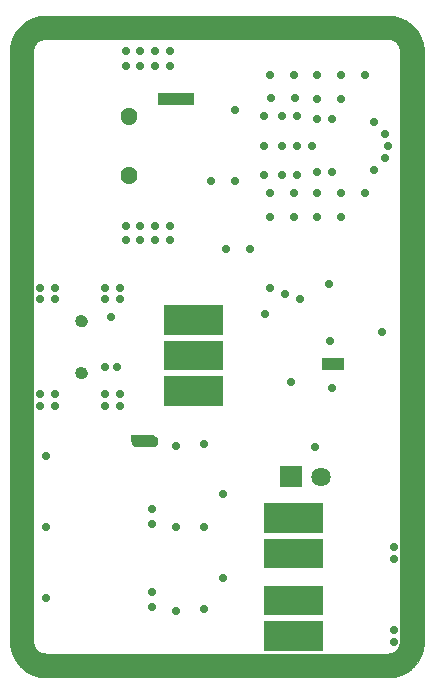
<source format=gbs>
G04 EAGLE Gerber RS-274X export*
G75*
%MOMM*%
%FSLAX35Y35*%
%LPD*%
%INsolder_mask_bottom*%
%IPPOS*%
%AMOC8*
5,1,8,0,0,1.08239X$1,22.5*%
G01*
%ADD10C,0.010000*%
%ADD11C,2.000000*%
%ADD12C,1.627000*%
%ADD13C,0.000000*%
%ADD14C,1.027000*%
%ADD15C,1.427000*%
%ADD16C,0.731000*%

G36*
X-3999521Y15399861D02*
X-3999521Y15399861D01*
X-3999580Y15399940D01*
X-3999501Y15400000D01*
X-3999501Y15650000D01*
X-3999861Y15650479D01*
X-3999940Y15650420D01*
X-4000000Y15650499D01*
X-4500000Y15650499D01*
X-4500479Y15650139D01*
X-4500420Y15650060D01*
X-4500499Y15650000D01*
X-4500499Y15400000D01*
X-4500139Y15399521D01*
X-4500060Y15399580D01*
X-4500000Y15399501D01*
X-4000000Y15399501D01*
X-3999521Y15399861D01*
G37*
G36*
X-3999521Y15099861D02*
X-3999521Y15099861D01*
X-3999580Y15099940D01*
X-3999501Y15100000D01*
X-3999501Y15350000D01*
X-3999861Y15350479D01*
X-3999940Y15350420D01*
X-4000000Y15350499D01*
X-4500000Y15350499D01*
X-4500479Y15350139D01*
X-4500420Y15350060D01*
X-4500499Y15350000D01*
X-4500499Y15100000D01*
X-4500139Y15099521D01*
X-4500060Y15099580D01*
X-4500000Y15099501D01*
X-4000000Y15099501D01*
X-3999521Y15099861D01*
G37*
G36*
X-3999521Y14799861D02*
X-3999521Y14799861D01*
X-3999580Y14799940D01*
X-3999501Y14800000D01*
X-3999501Y15050000D01*
X-3999861Y15050479D01*
X-3999940Y15050420D01*
X-4000000Y15050499D01*
X-4500000Y15050499D01*
X-4500479Y15050139D01*
X-4500420Y15050060D01*
X-4500499Y15050000D01*
X-4500499Y14800000D01*
X-4500139Y14799521D01*
X-4500060Y14799580D01*
X-4500000Y14799501D01*
X-4000000Y14799501D01*
X-3999521Y14799861D01*
G37*
G36*
X-3149521Y13724861D02*
X-3149521Y13724861D01*
X-3149580Y13724940D01*
X-3149501Y13725000D01*
X-3149501Y13975000D01*
X-3149861Y13975479D01*
X-3149940Y13975420D01*
X-3150000Y13975499D01*
X-3650000Y13975499D01*
X-3650479Y13975139D01*
X-3650420Y13975060D01*
X-3650499Y13975000D01*
X-3650499Y13725000D01*
X-3650139Y13724521D01*
X-3650060Y13724580D01*
X-3650000Y13724501D01*
X-3150000Y13724501D01*
X-3149521Y13724861D01*
G37*
G36*
X-3149521Y13424861D02*
X-3149521Y13424861D01*
X-3149580Y13424940D01*
X-3149501Y13425000D01*
X-3149501Y13675000D01*
X-3149861Y13675479D01*
X-3149940Y13675420D01*
X-3150000Y13675499D01*
X-3650000Y13675499D01*
X-3650479Y13675139D01*
X-3650420Y13675060D01*
X-3650499Y13675000D01*
X-3650499Y13425000D01*
X-3650139Y13424521D01*
X-3650060Y13424580D01*
X-3650000Y13424501D01*
X-3150000Y13424501D01*
X-3149521Y13424861D01*
G37*
G36*
X-3149521Y13024861D02*
X-3149521Y13024861D01*
X-3149580Y13024940D01*
X-3149501Y13025000D01*
X-3149501Y13275000D01*
X-3149861Y13275479D01*
X-3149940Y13275420D01*
X-3150000Y13275499D01*
X-3650000Y13275499D01*
X-3650479Y13275139D01*
X-3650420Y13275060D01*
X-3650499Y13275000D01*
X-3650499Y13025000D01*
X-3650139Y13024521D01*
X-3650060Y13024580D01*
X-3650000Y13024501D01*
X-3150000Y13024501D01*
X-3149521Y13024861D01*
G37*
G36*
X-3149521Y12724861D02*
X-3149521Y12724861D01*
X-3149580Y12724940D01*
X-3149501Y12725000D01*
X-3149501Y12975000D01*
X-3149861Y12975479D01*
X-3149940Y12975420D01*
X-3150000Y12975499D01*
X-3650000Y12975499D01*
X-3650479Y12975139D01*
X-3650420Y12975060D01*
X-3650499Y12975000D01*
X-3650499Y12725000D01*
X-3650139Y12724521D01*
X-3650060Y12724580D01*
X-3650000Y12724501D01*
X-3150000Y12724501D01*
X-3149521Y12724861D01*
G37*
G36*
X-3334521Y14109861D02*
X-3334521Y14109861D01*
X-3334580Y14109940D01*
X-3334501Y14110000D01*
X-3334501Y14290000D01*
X-3334861Y14290479D01*
X-3334940Y14290420D01*
X-3335000Y14290499D01*
X-3515000Y14290499D01*
X-3515479Y14290139D01*
X-3515420Y14290060D01*
X-3515499Y14290000D01*
X-3515499Y14110000D01*
X-3515139Y14109521D01*
X-3515060Y14109580D01*
X-3515000Y14109501D01*
X-3335000Y14109501D01*
X-3334521Y14109861D01*
G37*
G36*
X-4249521Y17349861D02*
X-4249521Y17349861D01*
X-4249580Y17349940D01*
X-4249501Y17350000D01*
X-4249501Y17450000D01*
X-4249861Y17450479D01*
X-4249940Y17450420D01*
X-4250000Y17450499D01*
X-4550000Y17450499D01*
X-4550479Y17450139D01*
X-4550420Y17450060D01*
X-4550499Y17450000D01*
X-4550499Y17350000D01*
X-4550139Y17349521D01*
X-4550060Y17349580D01*
X-4550000Y17349501D01*
X-4250000Y17349501D01*
X-4249521Y17349861D01*
G37*
G36*
X-4599966Y14449527D02*
X-4599966Y14449527D01*
X-4599944Y14449504D01*
X-4588818Y14450758D01*
X-4588757Y14450815D01*
X-4588709Y14450783D01*
X-4578141Y14454480D01*
X-4578095Y14454549D01*
X-4578040Y14454529D01*
X-4568560Y14460486D01*
X-4568530Y14460563D01*
X-4568473Y14460555D01*
X-4560555Y14468473D01*
X-4560543Y14468555D01*
X-4560486Y14468560D01*
X-4554529Y14478040D01*
X-4554536Y14478123D01*
X-4554480Y14478141D01*
X-4550783Y14488709D01*
X-4550806Y14488782D01*
X-4550766Y14488812D01*
X-4550767Y14488813D01*
X-4550758Y14488818D01*
X-4549504Y14499944D01*
X-4549546Y14500016D01*
X-4549504Y14500056D01*
X-4550758Y14511182D01*
X-4550815Y14511243D01*
X-4550783Y14511291D01*
X-4554480Y14521859D01*
X-4554549Y14521905D01*
X-4554529Y14521960D01*
X-4560486Y14531440D01*
X-4560563Y14531470D01*
X-4560555Y14531528D01*
X-4568473Y14539445D01*
X-4568555Y14539457D01*
X-4568560Y14539514D01*
X-4578040Y14545471D01*
X-4578123Y14545464D01*
X-4578141Y14545520D01*
X-4588709Y14549218D01*
X-4588788Y14549192D01*
X-4588818Y14549243D01*
X-4599944Y14550496D01*
X-4599981Y14550474D01*
X-4600000Y14550499D01*
X-4775000Y14550499D01*
X-4775479Y14550139D01*
X-4775420Y14550060D01*
X-4775499Y14550000D01*
X-4775499Y14500000D01*
X-4775473Y14499966D01*
X-4775496Y14499944D01*
X-4774243Y14488818D01*
X-4774185Y14488757D01*
X-4774218Y14488709D01*
X-4770520Y14478141D01*
X-4770451Y14478095D01*
X-4770471Y14478040D01*
X-4764514Y14468560D01*
X-4764437Y14468530D01*
X-4764445Y14468473D01*
X-4756528Y14460555D01*
X-4756445Y14460543D01*
X-4756440Y14460486D01*
X-4746960Y14454529D01*
X-4746877Y14454536D01*
X-4746859Y14454480D01*
X-4736291Y14450783D01*
X-4736212Y14450808D01*
X-4736182Y14450758D01*
X-4725056Y14449504D01*
X-4725019Y14449526D01*
X-4725000Y14449501D01*
X-4600000Y14449501D01*
X-4599966Y14449527D01*
G37*
G36*
X-2979521Y15099861D02*
X-2979521Y15099861D01*
X-2979580Y15099940D01*
X-2979501Y15100000D01*
X-2979501Y15200000D01*
X-2979861Y15200479D01*
X-2979940Y15200420D01*
X-2980000Y15200499D01*
X-3165000Y15200499D01*
X-3165479Y15200139D01*
X-3165420Y15200060D01*
X-3165499Y15200000D01*
X-3165499Y15100000D01*
X-3165139Y15099521D01*
X-3165060Y15099580D01*
X-3165000Y15099501D01*
X-2980000Y15099501D01*
X-2979521Y15099861D01*
G37*
D10*
X-2300000Y17800000D02*
X-2300000Y12800000D01*
X-2300088Y12792751D01*
X-2300350Y12785506D01*
X-2300788Y12778270D01*
X-2301401Y12771046D01*
X-2302187Y12763839D01*
X-2303148Y12756653D01*
X-2304282Y12749493D01*
X-2305589Y12742362D01*
X-2307068Y12735265D01*
X-2308717Y12728205D01*
X-2310537Y12721188D01*
X-2312526Y12714216D01*
X-2314683Y12707295D01*
X-2317006Y12700428D01*
X-2319495Y12693619D01*
X-2322148Y12686872D01*
X-2324962Y12680191D01*
X-2327938Y12673580D01*
X-2331072Y12667043D01*
X-2334363Y12660583D01*
X-2337810Y12654205D01*
X-2341409Y12647912D01*
X-2345160Y12641708D01*
X-2349059Y12635596D01*
X-2353105Y12629581D01*
X-2357295Y12623664D01*
X-2361627Y12617851D01*
X-2366098Y12612144D01*
X-2370705Y12606547D01*
X-2375447Y12601063D01*
X-2380319Y12595695D01*
X-2385320Y12590447D01*
X-2390447Y12585320D01*
X-2395695Y12580319D01*
X-2401063Y12575447D01*
X-2406547Y12570705D01*
X-2412144Y12566098D01*
X-2417851Y12561627D01*
X-2423664Y12557295D01*
X-2429581Y12553105D01*
X-2435596Y12549059D01*
X-2441708Y12545160D01*
X-2447912Y12541409D01*
X-2454205Y12537810D01*
X-2460583Y12534363D01*
X-2467043Y12531072D01*
X-2473580Y12527938D01*
X-2480191Y12524962D01*
X-2486872Y12522148D01*
X-2493619Y12519495D01*
X-2500428Y12517006D01*
X-2507295Y12514683D01*
X-2514216Y12512526D01*
X-2521188Y12510537D01*
X-2528205Y12508717D01*
X-2535265Y12507068D01*
X-2542362Y12505589D01*
X-2549493Y12504282D01*
X-2556653Y12503148D01*
X-2563839Y12502187D01*
X-2571046Y12501401D01*
X-2578270Y12500788D01*
X-2585506Y12500350D01*
X-2592751Y12500088D01*
X-2600000Y12500000D01*
X-5500000Y12500000D01*
X-5507249Y12500088D01*
X-5514494Y12500350D01*
X-5521730Y12500788D01*
X-5528954Y12501401D01*
X-5536161Y12502187D01*
X-5543347Y12503148D01*
X-5550507Y12504282D01*
X-5557638Y12505589D01*
X-5564735Y12507068D01*
X-5571795Y12508717D01*
X-5578812Y12510537D01*
X-5585784Y12512526D01*
X-5592705Y12514683D01*
X-5599572Y12517006D01*
X-5606381Y12519495D01*
X-5613128Y12522148D01*
X-5619809Y12524962D01*
X-5626420Y12527938D01*
X-5632957Y12531072D01*
X-5639417Y12534363D01*
X-5645795Y12537810D01*
X-5652088Y12541409D01*
X-5658292Y12545160D01*
X-5664404Y12549059D01*
X-5670419Y12553105D01*
X-5676336Y12557295D01*
X-5682149Y12561627D01*
X-5687856Y12566098D01*
X-5693453Y12570705D01*
X-5698937Y12575447D01*
X-5704305Y12580319D01*
X-5709553Y12585320D01*
X-5714680Y12590447D01*
X-5719681Y12595695D01*
X-5724553Y12601063D01*
X-5729295Y12606547D01*
X-5733902Y12612144D01*
X-5738373Y12617851D01*
X-5742705Y12623664D01*
X-5746895Y12629581D01*
X-5750941Y12635596D01*
X-5754840Y12641708D01*
X-5758591Y12647912D01*
X-5762190Y12654205D01*
X-5765637Y12660583D01*
X-5768928Y12667043D01*
X-5772062Y12673580D01*
X-5775038Y12680191D01*
X-5777852Y12686872D01*
X-5780505Y12693619D01*
X-5782994Y12700428D01*
X-5785317Y12707295D01*
X-5787474Y12714216D01*
X-5789463Y12721188D01*
X-5791283Y12728205D01*
X-5792932Y12735265D01*
X-5794411Y12742362D01*
X-5795718Y12749493D01*
X-5796852Y12756653D01*
X-5797813Y12763839D01*
X-5798599Y12771046D01*
X-5799212Y12778270D01*
X-5799650Y12785506D01*
X-5799912Y12792751D01*
X-5800000Y12800000D01*
X-5800000Y17800000D01*
X-5799912Y17807249D01*
X-5799650Y17814494D01*
X-5799212Y17821730D01*
X-5798599Y17828954D01*
X-5797813Y17836161D01*
X-5796852Y17843347D01*
X-5795718Y17850507D01*
X-5794411Y17857638D01*
X-5792932Y17864735D01*
X-5791283Y17871795D01*
X-5789463Y17878812D01*
X-5787474Y17885784D01*
X-5785317Y17892705D01*
X-5782994Y17899572D01*
X-5780505Y17906381D01*
X-5777852Y17913128D01*
X-5775038Y17919809D01*
X-5772062Y17926420D01*
X-5768928Y17932957D01*
X-5765637Y17939417D01*
X-5762190Y17945795D01*
X-5758591Y17952088D01*
X-5754840Y17958292D01*
X-5750941Y17964404D01*
X-5746895Y17970419D01*
X-5742705Y17976336D01*
X-5738373Y17982149D01*
X-5733902Y17987856D01*
X-5729295Y17993453D01*
X-5724553Y17998937D01*
X-5719681Y18004305D01*
X-5714680Y18009553D01*
X-5709553Y18014680D01*
X-5704305Y18019681D01*
X-5698937Y18024553D01*
X-5693453Y18029295D01*
X-5687856Y18033902D01*
X-5682149Y18038373D01*
X-5676336Y18042705D01*
X-5670419Y18046895D01*
X-5664404Y18050941D01*
X-5658292Y18054840D01*
X-5652088Y18058591D01*
X-5645795Y18062190D01*
X-5639417Y18065637D01*
X-5632957Y18068928D01*
X-5626420Y18072062D01*
X-5619809Y18075038D01*
X-5613128Y18077852D01*
X-5606381Y18080505D01*
X-5599572Y18082994D01*
X-5592705Y18085317D01*
X-5585784Y18087474D01*
X-5578812Y18089463D01*
X-5571795Y18091283D01*
X-5564735Y18092932D01*
X-5557638Y18094411D01*
X-5550507Y18095718D01*
X-5543347Y18096852D01*
X-5536161Y18097813D01*
X-5528954Y18098599D01*
X-5521730Y18099212D01*
X-5514494Y18099650D01*
X-5507249Y18099912D01*
X-5500000Y18100000D01*
X-2600000Y18100000D01*
X-2592751Y18099912D01*
X-2585506Y18099650D01*
X-2578270Y18099212D01*
X-2571046Y18098599D01*
X-2563839Y18097813D01*
X-2556653Y18096852D01*
X-2549493Y18095718D01*
X-2542362Y18094411D01*
X-2535265Y18092932D01*
X-2528205Y18091283D01*
X-2521188Y18089463D01*
X-2514216Y18087474D01*
X-2507295Y18085317D01*
X-2500428Y18082994D01*
X-2493619Y18080505D01*
X-2486872Y18077852D01*
X-2480191Y18075038D01*
X-2473580Y18072062D01*
X-2467043Y18068928D01*
X-2460583Y18065637D01*
X-2454205Y18062190D01*
X-2447912Y18058591D01*
X-2441708Y18054840D01*
X-2435596Y18050941D01*
X-2429581Y18046895D01*
X-2423664Y18042705D01*
X-2417851Y18038373D01*
X-2412144Y18033902D01*
X-2406547Y18029295D01*
X-2401063Y18024553D01*
X-2395695Y18019681D01*
X-2390447Y18014680D01*
X-2385320Y18009553D01*
X-2380319Y18004305D01*
X-2375447Y17998937D01*
X-2370705Y17993453D01*
X-2366098Y17987856D01*
X-2361627Y17982149D01*
X-2357295Y17976336D01*
X-2353105Y17970419D01*
X-2349059Y17964404D01*
X-2345160Y17958292D01*
X-2341409Y17952088D01*
X-2337810Y17945795D01*
X-2334363Y17939417D01*
X-2331072Y17932957D01*
X-2327938Y17926420D01*
X-2324962Y17919809D01*
X-2322148Y17913128D01*
X-2319495Y17906381D01*
X-2317006Y17899572D01*
X-2314683Y17892705D01*
X-2312526Y17885784D01*
X-2310537Y17878812D01*
X-2308717Y17871795D01*
X-2307068Y17864735D01*
X-2305589Y17857638D01*
X-2304282Y17850507D01*
X-2303148Y17843347D01*
X-2302187Y17836161D01*
X-2301401Y17828954D01*
X-2300788Y17821730D01*
X-2300350Y17814494D01*
X-2300088Y17807249D01*
X-2300000Y17800000D01*
D11*
X-2600000Y12600000D02*
X-5500000Y12600000D01*
X-2600000Y12600000D02*
X-2595167Y12600058D01*
X-2590337Y12600234D01*
X-2585513Y12600525D01*
X-2580697Y12600934D01*
X-2575893Y12601458D01*
X-2571102Y12602099D01*
X-2566329Y12602855D01*
X-2561575Y12603726D01*
X-2556843Y12604712D01*
X-2552137Y12605812D01*
X-2547459Y12607025D01*
X-2542811Y12608351D01*
X-2538197Y12609789D01*
X-2533618Y12611338D01*
X-2529079Y12612997D01*
X-2524581Y12614765D01*
X-2520127Y12616642D01*
X-2515720Y12618625D01*
X-2511362Y12620715D01*
X-2507055Y12622909D01*
X-2502803Y12625206D01*
X-2498608Y12627606D01*
X-2494472Y12630106D01*
X-2490397Y12632706D01*
X-2486387Y12635403D01*
X-2482443Y12638197D01*
X-2478567Y12641084D01*
X-2474763Y12644065D01*
X-2471032Y12647137D01*
X-2467375Y12650298D01*
X-2463797Y12653546D01*
X-2460298Y12656880D01*
X-2456880Y12660298D01*
X-2453546Y12663797D01*
X-2450298Y12667375D01*
X-2447137Y12671032D01*
X-2444065Y12674763D01*
X-2441084Y12678567D01*
X-2438197Y12682443D01*
X-2435403Y12686387D01*
X-2432706Y12690397D01*
X-2430106Y12694472D01*
X-2427606Y12698608D01*
X-2425206Y12702803D01*
X-2422909Y12707055D01*
X-2420715Y12711362D01*
X-2418625Y12715720D01*
X-2416642Y12720127D01*
X-2414765Y12724581D01*
X-2412997Y12729079D01*
X-2411338Y12733618D01*
X-2409789Y12738197D01*
X-2408351Y12742811D01*
X-2407025Y12747459D01*
X-2405812Y12752137D01*
X-2404712Y12756843D01*
X-2403726Y12761575D01*
X-2402855Y12766329D01*
X-2402099Y12771102D01*
X-2401458Y12775893D01*
X-2400934Y12780697D01*
X-2400525Y12785513D01*
X-2400234Y12790337D01*
X-2400058Y12795167D01*
X-2400000Y12800000D01*
X-2400000Y17800000D01*
X-2400058Y17804833D01*
X-2400234Y17809663D01*
X-2400525Y17814487D01*
X-2400934Y17819303D01*
X-2401458Y17824107D01*
X-2402099Y17828898D01*
X-2402855Y17833671D01*
X-2403726Y17838425D01*
X-2404712Y17843157D01*
X-2405812Y17847863D01*
X-2407025Y17852541D01*
X-2408351Y17857189D01*
X-2409789Y17861803D01*
X-2411338Y17866382D01*
X-2412997Y17870921D01*
X-2414765Y17875419D01*
X-2416642Y17879873D01*
X-2418625Y17884280D01*
X-2420715Y17888638D01*
X-2422909Y17892945D01*
X-2425206Y17897197D01*
X-2427606Y17901392D01*
X-2430106Y17905528D01*
X-2432706Y17909603D01*
X-2435403Y17913613D01*
X-2438197Y17917557D01*
X-2441084Y17921433D01*
X-2444065Y17925237D01*
X-2447137Y17928968D01*
X-2450298Y17932625D01*
X-2453546Y17936203D01*
X-2456880Y17939702D01*
X-2460298Y17943120D01*
X-2463797Y17946454D01*
X-2467375Y17949702D01*
X-2471032Y17952863D01*
X-2474763Y17955935D01*
X-2478567Y17958916D01*
X-2482443Y17961803D01*
X-2486387Y17964597D01*
X-2490397Y17967294D01*
X-2494472Y17969894D01*
X-2498608Y17972394D01*
X-2502803Y17974794D01*
X-2507055Y17977091D01*
X-2511362Y17979285D01*
X-2515720Y17981375D01*
X-2520127Y17983358D01*
X-2524581Y17985235D01*
X-2529079Y17987003D01*
X-2533618Y17988662D01*
X-2538197Y17990211D01*
X-2542811Y17991649D01*
X-2547459Y17992975D01*
X-2552137Y17994188D01*
X-2556843Y17995288D01*
X-2561575Y17996274D01*
X-2566329Y17997145D01*
X-2571102Y17997901D01*
X-2575893Y17998542D01*
X-2580697Y17999066D01*
X-2585513Y17999475D01*
X-2590337Y17999766D01*
X-2595167Y17999942D01*
X-2600000Y18000000D01*
X-5500000Y18000000D01*
X-5504833Y17999942D01*
X-5509663Y17999766D01*
X-5514487Y17999475D01*
X-5519303Y17999066D01*
X-5524107Y17998542D01*
X-5528898Y17997901D01*
X-5533671Y17997145D01*
X-5538425Y17996274D01*
X-5543157Y17995288D01*
X-5547863Y17994188D01*
X-5552541Y17992975D01*
X-5557189Y17991649D01*
X-5561803Y17990211D01*
X-5566382Y17988662D01*
X-5570921Y17987003D01*
X-5575419Y17985235D01*
X-5579873Y17983358D01*
X-5584280Y17981375D01*
X-5588638Y17979285D01*
X-5592945Y17977091D01*
X-5597197Y17974794D01*
X-5601392Y17972394D01*
X-5605528Y17969894D01*
X-5609603Y17967294D01*
X-5613613Y17964597D01*
X-5617557Y17961803D01*
X-5621433Y17958916D01*
X-5625237Y17955935D01*
X-5628968Y17952863D01*
X-5632625Y17949702D01*
X-5636203Y17946454D01*
X-5639702Y17943120D01*
X-5643120Y17939702D01*
X-5646454Y17936203D01*
X-5649702Y17932625D01*
X-5652863Y17928968D01*
X-5655935Y17925237D01*
X-5658916Y17921433D01*
X-5661803Y17917557D01*
X-5664597Y17913613D01*
X-5667294Y17909603D01*
X-5669894Y17905528D01*
X-5672394Y17901392D01*
X-5674794Y17897197D01*
X-5677091Y17892945D01*
X-5679285Y17888638D01*
X-5681375Y17884280D01*
X-5683358Y17879873D01*
X-5685235Y17875419D01*
X-5687003Y17870921D01*
X-5688662Y17866382D01*
X-5690211Y17861803D01*
X-5691649Y17857189D01*
X-5692975Y17852541D01*
X-5694188Y17847863D01*
X-5695288Y17843157D01*
X-5696274Y17838425D01*
X-5697145Y17833671D01*
X-5697901Y17828898D01*
X-5698542Y17824107D01*
X-5699066Y17819303D01*
X-5699475Y17814487D01*
X-5699766Y17809663D01*
X-5699942Y17804833D01*
X-5700000Y17800000D01*
X-5700000Y12800000D01*
X-5699942Y12795167D01*
X-5699766Y12790337D01*
X-5699475Y12785513D01*
X-5699066Y12780697D01*
X-5698542Y12775893D01*
X-5697901Y12771102D01*
X-5697145Y12766329D01*
X-5696274Y12761575D01*
X-5695288Y12756843D01*
X-5694188Y12752137D01*
X-5692975Y12747459D01*
X-5691649Y12742811D01*
X-5690211Y12738197D01*
X-5688662Y12733618D01*
X-5687003Y12729079D01*
X-5685235Y12724581D01*
X-5683358Y12720127D01*
X-5681375Y12715720D01*
X-5679285Y12711362D01*
X-5677091Y12707055D01*
X-5674794Y12702803D01*
X-5672394Y12698608D01*
X-5669894Y12694472D01*
X-5667294Y12690397D01*
X-5664597Y12686387D01*
X-5661803Y12682443D01*
X-5658916Y12678567D01*
X-5655935Y12674763D01*
X-5652863Y12671032D01*
X-5649702Y12667375D01*
X-5646454Y12663797D01*
X-5643120Y12660298D01*
X-5639702Y12656880D01*
X-5636203Y12653546D01*
X-5632625Y12650298D01*
X-5628968Y12647137D01*
X-5625237Y12644065D01*
X-5621433Y12641084D01*
X-5617557Y12638197D01*
X-5613613Y12635403D01*
X-5609603Y12632706D01*
X-5605528Y12630106D01*
X-5601392Y12627606D01*
X-5597197Y12625206D01*
X-5592945Y12622909D01*
X-5588638Y12620715D01*
X-5584280Y12618625D01*
X-5579873Y12616642D01*
X-5575419Y12614765D01*
X-5570921Y12612997D01*
X-5566382Y12611338D01*
X-5561803Y12609789D01*
X-5557189Y12608351D01*
X-5552541Y12607025D01*
X-5547863Y12605812D01*
X-5543157Y12604712D01*
X-5538425Y12603726D01*
X-5533671Y12602855D01*
X-5528898Y12602099D01*
X-5524107Y12601458D01*
X-5519303Y12600934D01*
X-5514487Y12600525D01*
X-5509663Y12600234D01*
X-5504833Y12600058D01*
X-5500000Y12600000D01*
D12*
X-3427000Y14200000D03*
X-3173000Y14200000D03*
D13*
X-5245000Y15080000D02*
X-5244986Y15081104D01*
X-5244946Y15082208D01*
X-5244878Y15083310D01*
X-5244783Y15084411D01*
X-5244662Y15085508D01*
X-5244513Y15086603D01*
X-5244337Y15087693D01*
X-5244135Y15088779D01*
X-5243907Y15089860D01*
X-5243651Y15090934D01*
X-5243370Y15092002D01*
X-5243062Y15093063D01*
X-5242729Y15094116D01*
X-5242369Y15095160D01*
X-5241985Y15096195D01*
X-5241575Y15097221D01*
X-5241139Y15098236D01*
X-5240680Y15099240D01*
X-5240195Y15100233D01*
X-5239686Y15101213D01*
X-5239154Y15102180D01*
X-5238598Y15103135D01*
X-5238018Y15104075D01*
X-5237416Y15105001D01*
X-5236791Y15105911D01*
X-5236144Y15106806D01*
X-5235476Y15107685D01*
X-5234785Y15108548D01*
X-5234074Y15109393D01*
X-5233343Y15110220D01*
X-5232591Y15111029D01*
X-5231820Y15111820D01*
X-5231029Y15112591D01*
X-5230220Y15113343D01*
X-5229393Y15114074D01*
X-5228548Y15114785D01*
X-5227685Y15115476D01*
X-5226806Y15116144D01*
X-5225911Y15116791D01*
X-5225001Y15117416D01*
X-5224075Y15118018D01*
X-5223135Y15118598D01*
X-5222180Y15119154D01*
X-5221213Y15119686D01*
X-5220233Y15120195D01*
X-5219240Y15120680D01*
X-5218236Y15121139D01*
X-5217221Y15121575D01*
X-5216195Y15121985D01*
X-5215160Y15122369D01*
X-5214116Y15122729D01*
X-5213063Y15123062D01*
X-5212002Y15123370D01*
X-5210934Y15123651D01*
X-5209860Y15123907D01*
X-5208779Y15124135D01*
X-5207693Y15124337D01*
X-5206603Y15124513D01*
X-5205508Y15124662D01*
X-5204411Y15124783D01*
X-5203310Y15124878D01*
X-5202208Y15124946D01*
X-5201104Y15124986D01*
X-5200000Y15125000D01*
X-5198896Y15124986D01*
X-5197792Y15124946D01*
X-5196690Y15124878D01*
X-5195589Y15124783D01*
X-5194492Y15124662D01*
X-5193397Y15124513D01*
X-5192307Y15124337D01*
X-5191221Y15124135D01*
X-5190140Y15123907D01*
X-5189066Y15123651D01*
X-5187998Y15123370D01*
X-5186937Y15123062D01*
X-5185884Y15122729D01*
X-5184840Y15122369D01*
X-5183805Y15121985D01*
X-5182779Y15121575D01*
X-5181764Y15121139D01*
X-5180760Y15120680D01*
X-5179767Y15120195D01*
X-5178787Y15119686D01*
X-5177820Y15119154D01*
X-5176865Y15118598D01*
X-5175925Y15118018D01*
X-5174999Y15117416D01*
X-5174089Y15116791D01*
X-5173194Y15116144D01*
X-5172315Y15115476D01*
X-5171452Y15114785D01*
X-5170607Y15114074D01*
X-5169780Y15113343D01*
X-5168971Y15112591D01*
X-5168180Y15111820D01*
X-5167409Y15111029D01*
X-5166657Y15110220D01*
X-5165926Y15109393D01*
X-5165215Y15108548D01*
X-5164524Y15107685D01*
X-5163856Y15106806D01*
X-5163209Y15105911D01*
X-5162584Y15105001D01*
X-5161982Y15104075D01*
X-5161402Y15103135D01*
X-5160846Y15102180D01*
X-5160314Y15101213D01*
X-5159805Y15100233D01*
X-5159320Y15099240D01*
X-5158861Y15098236D01*
X-5158425Y15097221D01*
X-5158015Y15096195D01*
X-5157631Y15095160D01*
X-5157271Y15094116D01*
X-5156938Y15093063D01*
X-5156630Y15092002D01*
X-5156349Y15090934D01*
X-5156093Y15089860D01*
X-5155865Y15088779D01*
X-5155663Y15087693D01*
X-5155487Y15086603D01*
X-5155338Y15085508D01*
X-5155217Y15084411D01*
X-5155122Y15083310D01*
X-5155054Y15082208D01*
X-5155014Y15081104D01*
X-5155000Y15080000D01*
X-5155014Y15078896D01*
X-5155054Y15077792D01*
X-5155122Y15076690D01*
X-5155217Y15075589D01*
X-5155338Y15074492D01*
X-5155487Y15073397D01*
X-5155663Y15072307D01*
X-5155865Y15071221D01*
X-5156093Y15070140D01*
X-5156349Y15069066D01*
X-5156630Y15067998D01*
X-5156938Y15066937D01*
X-5157271Y15065884D01*
X-5157631Y15064840D01*
X-5158015Y15063805D01*
X-5158425Y15062779D01*
X-5158861Y15061764D01*
X-5159320Y15060760D01*
X-5159805Y15059767D01*
X-5160314Y15058787D01*
X-5160846Y15057820D01*
X-5161402Y15056865D01*
X-5161982Y15055925D01*
X-5162584Y15054999D01*
X-5163209Y15054089D01*
X-5163856Y15053194D01*
X-5164524Y15052315D01*
X-5165215Y15051452D01*
X-5165926Y15050607D01*
X-5166657Y15049780D01*
X-5167409Y15048971D01*
X-5168180Y15048180D01*
X-5168971Y15047409D01*
X-5169780Y15046657D01*
X-5170607Y15045926D01*
X-5171452Y15045215D01*
X-5172315Y15044524D01*
X-5173194Y15043856D01*
X-5174089Y15043209D01*
X-5174999Y15042584D01*
X-5175925Y15041982D01*
X-5176865Y15041402D01*
X-5177820Y15040846D01*
X-5178787Y15040314D01*
X-5179767Y15039805D01*
X-5180760Y15039320D01*
X-5181764Y15038861D01*
X-5182779Y15038425D01*
X-5183805Y15038015D01*
X-5184840Y15037631D01*
X-5185884Y15037271D01*
X-5186937Y15036938D01*
X-5187998Y15036630D01*
X-5189066Y15036349D01*
X-5190140Y15036093D01*
X-5191221Y15035865D01*
X-5192307Y15035663D01*
X-5193397Y15035487D01*
X-5194492Y15035338D01*
X-5195589Y15035217D01*
X-5196690Y15035122D01*
X-5197792Y15035054D01*
X-5198896Y15035014D01*
X-5200000Y15035000D01*
X-5201104Y15035014D01*
X-5202208Y15035054D01*
X-5203310Y15035122D01*
X-5204411Y15035217D01*
X-5205508Y15035338D01*
X-5206603Y15035487D01*
X-5207693Y15035663D01*
X-5208779Y15035865D01*
X-5209860Y15036093D01*
X-5210934Y15036349D01*
X-5212002Y15036630D01*
X-5213063Y15036938D01*
X-5214116Y15037271D01*
X-5215160Y15037631D01*
X-5216195Y15038015D01*
X-5217221Y15038425D01*
X-5218236Y15038861D01*
X-5219240Y15039320D01*
X-5220233Y15039805D01*
X-5221213Y15040314D01*
X-5222180Y15040846D01*
X-5223135Y15041402D01*
X-5224075Y15041982D01*
X-5225001Y15042584D01*
X-5225911Y15043209D01*
X-5226806Y15043856D01*
X-5227685Y15044524D01*
X-5228548Y15045215D01*
X-5229393Y15045926D01*
X-5230220Y15046657D01*
X-5231029Y15047409D01*
X-5231820Y15048180D01*
X-5232591Y15048971D01*
X-5233343Y15049780D01*
X-5234074Y15050607D01*
X-5234785Y15051452D01*
X-5235476Y15052315D01*
X-5236144Y15053194D01*
X-5236791Y15054089D01*
X-5237416Y15054999D01*
X-5238018Y15055925D01*
X-5238598Y15056865D01*
X-5239154Y15057820D01*
X-5239686Y15058787D01*
X-5240195Y15059767D01*
X-5240680Y15060760D01*
X-5241139Y15061764D01*
X-5241575Y15062779D01*
X-5241985Y15063805D01*
X-5242369Y15064840D01*
X-5242729Y15065884D01*
X-5243062Y15066937D01*
X-5243370Y15067998D01*
X-5243651Y15069066D01*
X-5243907Y15070140D01*
X-5244135Y15071221D01*
X-5244337Y15072307D01*
X-5244513Y15073397D01*
X-5244662Y15074492D01*
X-5244783Y15075589D01*
X-5244878Y15076690D01*
X-5244946Y15077792D01*
X-5244986Y15078896D01*
X-5245000Y15080000D01*
D14*
X-5200000Y15080000D03*
D13*
X-5245000Y15520000D02*
X-5244986Y15521104D01*
X-5244946Y15522208D01*
X-5244878Y15523310D01*
X-5244783Y15524411D01*
X-5244662Y15525508D01*
X-5244513Y15526603D01*
X-5244337Y15527693D01*
X-5244135Y15528779D01*
X-5243907Y15529860D01*
X-5243651Y15530934D01*
X-5243370Y15532002D01*
X-5243062Y15533063D01*
X-5242729Y15534116D01*
X-5242369Y15535160D01*
X-5241985Y15536195D01*
X-5241575Y15537221D01*
X-5241139Y15538236D01*
X-5240680Y15539240D01*
X-5240195Y15540233D01*
X-5239686Y15541213D01*
X-5239154Y15542180D01*
X-5238598Y15543135D01*
X-5238018Y15544075D01*
X-5237416Y15545001D01*
X-5236791Y15545911D01*
X-5236144Y15546806D01*
X-5235476Y15547685D01*
X-5234785Y15548548D01*
X-5234074Y15549393D01*
X-5233343Y15550220D01*
X-5232591Y15551029D01*
X-5231820Y15551820D01*
X-5231029Y15552591D01*
X-5230220Y15553343D01*
X-5229393Y15554074D01*
X-5228548Y15554785D01*
X-5227685Y15555476D01*
X-5226806Y15556144D01*
X-5225911Y15556791D01*
X-5225001Y15557416D01*
X-5224075Y15558018D01*
X-5223135Y15558598D01*
X-5222180Y15559154D01*
X-5221213Y15559686D01*
X-5220233Y15560195D01*
X-5219240Y15560680D01*
X-5218236Y15561139D01*
X-5217221Y15561575D01*
X-5216195Y15561985D01*
X-5215160Y15562369D01*
X-5214116Y15562729D01*
X-5213063Y15563062D01*
X-5212002Y15563370D01*
X-5210934Y15563651D01*
X-5209860Y15563907D01*
X-5208779Y15564135D01*
X-5207693Y15564337D01*
X-5206603Y15564513D01*
X-5205508Y15564662D01*
X-5204411Y15564783D01*
X-5203310Y15564878D01*
X-5202208Y15564946D01*
X-5201104Y15564986D01*
X-5200000Y15565000D01*
X-5198896Y15564986D01*
X-5197792Y15564946D01*
X-5196690Y15564878D01*
X-5195589Y15564783D01*
X-5194492Y15564662D01*
X-5193397Y15564513D01*
X-5192307Y15564337D01*
X-5191221Y15564135D01*
X-5190140Y15563907D01*
X-5189066Y15563651D01*
X-5187998Y15563370D01*
X-5186937Y15563062D01*
X-5185884Y15562729D01*
X-5184840Y15562369D01*
X-5183805Y15561985D01*
X-5182779Y15561575D01*
X-5181764Y15561139D01*
X-5180760Y15560680D01*
X-5179767Y15560195D01*
X-5178787Y15559686D01*
X-5177820Y15559154D01*
X-5176865Y15558598D01*
X-5175925Y15558018D01*
X-5174999Y15557416D01*
X-5174089Y15556791D01*
X-5173194Y15556144D01*
X-5172315Y15555476D01*
X-5171452Y15554785D01*
X-5170607Y15554074D01*
X-5169780Y15553343D01*
X-5168971Y15552591D01*
X-5168180Y15551820D01*
X-5167409Y15551029D01*
X-5166657Y15550220D01*
X-5165926Y15549393D01*
X-5165215Y15548548D01*
X-5164524Y15547685D01*
X-5163856Y15546806D01*
X-5163209Y15545911D01*
X-5162584Y15545001D01*
X-5161982Y15544075D01*
X-5161402Y15543135D01*
X-5160846Y15542180D01*
X-5160314Y15541213D01*
X-5159805Y15540233D01*
X-5159320Y15539240D01*
X-5158861Y15538236D01*
X-5158425Y15537221D01*
X-5158015Y15536195D01*
X-5157631Y15535160D01*
X-5157271Y15534116D01*
X-5156938Y15533063D01*
X-5156630Y15532002D01*
X-5156349Y15530934D01*
X-5156093Y15529860D01*
X-5155865Y15528779D01*
X-5155663Y15527693D01*
X-5155487Y15526603D01*
X-5155338Y15525508D01*
X-5155217Y15524411D01*
X-5155122Y15523310D01*
X-5155054Y15522208D01*
X-5155014Y15521104D01*
X-5155000Y15520000D01*
X-5155014Y15518896D01*
X-5155054Y15517792D01*
X-5155122Y15516690D01*
X-5155217Y15515589D01*
X-5155338Y15514492D01*
X-5155487Y15513397D01*
X-5155663Y15512307D01*
X-5155865Y15511221D01*
X-5156093Y15510140D01*
X-5156349Y15509066D01*
X-5156630Y15507998D01*
X-5156938Y15506937D01*
X-5157271Y15505884D01*
X-5157631Y15504840D01*
X-5158015Y15503805D01*
X-5158425Y15502779D01*
X-5158861Y15501764D01*
X-5159320Y15500760D01*
X-5159805Y15499767D01*
X-5160314Y15498787D01*
X-5160846Y15497820D01*
X-5161402Y15496865D01*
X-5161982Y15495925D01*
X-5162584Y15494999D01*
X-5163209Y15494089D01*
X-5163856Y15493194D01*
X-5164524Y15492315D01*
X-5165215Y15491452D01*
X-5165926Y15490607D01*
X-5166657Y15489780D01*
X-5167409Y15488971D01*
X-5168180Y15488180D01*
X-5168971Y15487409D01*
X-5169780Y15486657D01*
X-5170607Y15485926D01*
X-5171452Y15485215D01*
X-5172315Y15484524D01*
X-5173194Y15483856D01*
X-5174089Y15483209D01*
X-5174999Y15482584D01*
X-5175925Y15481982D01*
X-5176865Y15481402D01*
X-5177820Y15480846D01*
X-5178787Y15480314D01*
X-5179767Y15479805D01*
X-5180760Y15479320D01*
X-5181764Y15478861D01*
X-5182779Y15478425D01*
X-5183805Y15478015D01*
X-5184840Y15477631D01*
X-5185884Y15477271D01*
X-5186937Y15476938D01*
X-5187998Y15476630D01*
X-5189066Y15476349D01*
X-5190140Y15476093D01*
X-5191221Y15475865D01*
X-5192307Y15475663D01*
X-5193397Y15475487D01*
X-5194492Y15475338D01*
X-5195589Y15475217D01*
X-5196690Y15475122D01*
X-5197792Y15475054D01*
X-5198896Y15475014D01*
X-5200000Y15475000D01*
X-5201104Y15475014D01*
X-5202208Y15475054D01*
X-5203310Y15475122D01*
X-5204411Y15475217D01*
X-5205508Y15475338D01*
X-5206603Y15475487D01*
X-5207693Y15475663D01*
X-5208779Y15475865D01*
X-5209860Y15476093D01*
X-5210934Y15476349D01*
X-5212002Y15476630D01*
X-5213063Y15476938D01*
X-5214116Y15477271D01*
X-5215160Y15477631D01*
X-5216195Y15478015D01*
X-5217221Y15478425D01*
X-5218236Y15478861D01*
X-5219240Y15479320D01*
X-5220233Y15479805D01*
X-5221213Y15480314D01*
X-5222180Y15480846D01*
X-5223135Y15481402D01*
X-5224075Y15481982D01*
X-5225001Y15482584D01*
X-5225911Y15483209D01*
X-5226806Y15483856D01*
X-5227685Y15484524D01*
X-5228548Y15485215D01*
X-5229393Y15485926D01*
X-5230220Y15486657D01*
X-5231029Y15487409D01*
X-5231820Y15488180D01*
X-5232591Y15488971D01*
X-5233343Y15489780D01*
X-5234074Y15490607D01*
X-5234785Y15491452D01*
X-5235476Y15492315D01*
X-5236144Y15493194D01*
X-5236791Y15494089D01*
X-5237416Y15494999D01*
X-5238018Y15495925D01*
X-5238598Y15496865D01*
X-5239154Y15497820D01*
X-5239686Y15498787D01*
X-5240195Y15499767D01*
X-5240680Y15500760D01*
X-5241139Y15501764D01*
X-5241575Y15502779D01*
X-5241985Y15503805D01*
X-5242369Y15504840D01*
X-5242729Y15505884D01*
X-5243062Y15506937D01*
X-5243370Y15507998D01*
X-5243651Y15509066D01*
X-5243907Y15510140D01*
X-5244135Y15511221D01*
X-5244337Y15512307D01*
X-5244513Y15513397D01*
X-5244662Y15514492D01*
X-5244783Y15515589D01*
X-5244878Y15516690D01*
X-5244946Y15517792D01*
X-5244986Y15518896D01*
X-5245000Y15520000D01*
D14*
X-5200000Y15520000D03*
D13*
X-4865000Y17250000D02*
X-4864980Y17251595D01*
X-4864922Y17253189D01*
X-4864824Y17254782D01*
X-4864687Y17256371D01*
X-4864511Y17257957D01*
X-4864296Y17259537D01*
X-4864043Y17261113D01*
X-4863751Y17262681D01*
X-4863421Y17264242D01*
X-4863052Y17265794D01*
X-4862645Y17267336D01*
X-4862201Y17268869D01*
X-4861719Y17270389D01*
X-4861200Y17271898D01*
X-4860645Y17273393D01*
X-4860052Y17274874D01*
X-4859424Y17276341D01*
X-4858759Y17277791D01*
X-4858060Y17279225D01*
X-4857325Y17280641D01*
X-4856556Y17282038D01*
X-4855752Y17283417D01*
X-4854915Y17284775D01*
X-4854046Y17286112D01*
X-4853143Y17287428D01*
X-4852208Y17288720D01*
X-4851243Y17289990D01*
X-4850246Y17291236D01*
X-4849219Y17292456D01*
X-4848162Y17293651D01*
X-4847076Y17294820D01*
X-4845962Y17295962D01*
X-4844820Y17297076D01*
X-4843651Y17298162D01*
X-4842456Y17299219D01*
X-4841236Y17300246D01*
X-4839990Y17301243D01*
X-4838720Y17302208D01*
X-4837428Y17303143D01*
X-4836112Y17304046D01*
X-4834775Y17304915D01*
X-4833417Y17305752D01*
X-4832038Y17306556D01*
X-4830641Y17307325D01*
X-4829225Y17308060D01*
X-4827791Y17308759D01*
X-4826341Y17309424D01*
X-4824874Y17310052D01*
X-4823393Y17310645D01*
X-4821898Y17311200D01*
X-4820389Y17311719D01*
X-4818869Y17312201D01*
X-4817336Y17312645D01*
X-4815794Y17313052D01*
X-4814242Y17313421D01*
X-4812681Y17313751D01*
X-4811113Y17314043D01*
X-4809537Y17314296D01*
X-4807957Y17314511D01*
X-4806371Y17314687D01*
X-4804782Y17314824D01*
X-4803189Y17314922D01*
X-4801595Y17314980D01*
X-4800000Y17315000D01*
X-4798405Y17314980D01*
X-4796811Y17314922D01*
X-4795218Y17314824D01*
X-4793629Y17314687D01*
X-4792043Y17314511D01*
X-4790463Y17314296D01*
X-4788887Y17314043D01*
X-4787319Y17313751D01*
X-4785758Y17313421D01*
X-4784206Y17313052D01*
X-4782664Y17312645D01*
X-4781131Y17312201D01*
X-4779611Y17311719D01*
X-4778102Y17311200D01*
X-4776607Y17310645D01*
X-4775126Y17310052D01*
X-4773659Y17309424D01*
X-4772209Y17308759D01*
X-4770775Y17308060D01*
X-4769359Y17307325D01*
X-4767962Y17306556D01*
X-4766583Y17305752D01*
X-4765225Y17304915D01*
X-4763888Y17304046D01*
X-4762572Y17303143D01*
X-4761280Y17302208D01*
X-4760010Y17301243D01*
X-4758764Y17300246D01*
X-4757544Y17299219D01*
X-4756349Y17298162D01*
X-4755180Y17297076D01*
X-4754038Y17295962D01*
X-4752924Y17294820D01*
X-4751838Y17293651D01*
X-4750781Y17292456D01*
X-4749754Y17291236D01*
X-4748757Y17289990D01*
X-4747792Y17288720D01*
X-4746857Y17287428D01*
X-4745954Y17286112D01*
X-4745085Y17284775D01*
X-4744248Y17283417D01*
X-4743444Y17282038D01*
X-4742675Y17280641D01*
X-4741940Y17279225D01*
X-4741241Y17277791D01*
X-4740576Y17276341D01*
X-4739948Y17274874D01*
X-4739355Y17273393D01*
X-4738800Y17271898D01*
X-4738281Y17270389D01*
X-4737799Y17268869D01*
X-4737355Y17267336D01*
X-4736948Y17265794D01*
X-4736579Y17264242D01*
X-4736249Y17262681D01*
X-4735957Y17261113D01*
X-4735704Y17259537D01*
X-4735489Y17257957D01*
X-4735313Y17256371D01*
X-4735176Y17254782D01*
X-4735078Y17253189D01*
X-4735020Y17251595D01*
X-4735000Y17250000D01*
X-4735020Y17248405D01*
X-4735078Y17246811D01*
X-4735176Y17245218D01*
X-4735313Y17243629D01*
X-4735489Y17242043D01*
X-4735704Y17240463D01*
X-4735957Y17238887D01*
X-4736249Y17237319D01*
X-4736579Y17235758D01*
X-4736948Y17234206D01*
X-4737355Y17232664D01*
X-4737799Y17231131D01*
X-4738281Y17229611D01*
X-4738800Y17228102D01*
X-4739355Y17226607D01*
X-4739948Y17225126D01*
X-4740576Y17223659D01*
X-4741241Y17222209D01*
X-4741940Y17220775D01*
X-4742675Y17219359D01*
X-4743444Y17217962D01*
X-4744248Y17216583D01*
X-4745085Y17215225D01*
X-4745954Y17213888D01*
X-4746857Y17212572D01*
X-4747792Y17211280D01*
X-4748757Y17210010D01*
X-4749754Y17208764D01*
X-4750781Y17207544D01*
X-4751838Y17206349D01*
X-4752924Y17205180D01*
X-4754038Y17204038D01*
X-4755180Y17202924D01*
X-4756349Y17201838D01*
X-4757544Y17200781D01*
X-4758764Y17199754D01*
X-4760010Y17198757D01*
X-4761280Y17197792D01*
X-4762572Y17196857D01*
X-4763888Y17195954D01*
X-4765225Y17195085D01*
X-4766583Y17194248D01*
X-4767962Y17193444D01*
X-4769359Y17192675D01*
X-4770775Y17191940D01*
X-4772209Y17191241D01*
X-4773659Y17190576D01*
X-4775126Y17189948D01*
X-4776607Y17189355D01*
X-4778102Y17188800D01*
X-4779611Y17188281D01*
X-4781131Y17187799D01*
X-4782664Y17187355D01*
X-4784206Y17186948D01*
X-4785758Y17186579D01*
X-4787319Y17186249D01*
X-4788887Y17185957D01*
X-4790463Y17185704D01*
X-4792043Y17185489D01*
X-4793629Y17185313D01*
X-4795218Y17185176D01*
X-4796811Y17185078D01*
X-4798405Y17185020D01*
X-4800000Y17185000D01*
X-4801595Y17185020D01*
X-4803189Y17185078D01*
X-4804782Y17185176D01*
X-4806371Y17185313D01*
X-4807957Y17185489D01*
X-4809537Y17185704D01*
X-4811113Y17185957D01*
X-4812681Y17186249D01*
X-4814242Y17186579D01*
X-4815794Y17186948D01*
X-4817336Y17187355D01*
X-4818869Y17187799D01*
X-4820389Y17188281D01*
X-4821898Y17188800D01*
X-4823393Y17189355D01*
X-4824874Y17189948D01*
X-4826341Y17190576D01*
X-4827791Y17191241D01*
X-4829225Y17191940D01*
X-4830641Y17192675D01*
X-4832038Y17193444D01*
X-4833417Y17194248D01*
X-4834775Y17195085D01*
X-4836112Y17195954D01*
X-4837428Y17196857D01*
X-4838720Y17197792D01*
X-4839990Y17198757D01*
X-4841236Y17199754D01*
X-4842456Y17200781D01*
X-4843651Y17201838D01*
X-4844820Y17202924D01*
X-4845962Y17204038D01*
X-4847076Y17205180D01*
X-4848162Y17206349D01*
X-4849219Y17207544D01*
X-4850246Y17208764D01*
X-4851243Y17210010D01*
X-4852208Y17211280D01*
X-4853143Y17212572D01*
X-4854046Y17213888D01*
X-4854915Y17215225D01*
X-4855752Y17216583D01*
X-4856556Y17217962D01*
X-4857325Y17219359D01*
X-4858060Y17220775D01*
X-4858759Y17222209D01*
X-4859424Y17223659D01*
X-4860052Y17225126D01*
X-4860645Y17226607D01*
X-4861200Y17228102D01*
X-4861719Y17229611D01*
X-4862201Y17231131D01*
X-4862645Y17232664D01*
X-4863052Y17234206D01*
X-4863421Y17235758D01*
X-4863751Y17237319D01*
X-4864043Y17238887D01*
X-4864296Y17240463D01*
X-4864511Y17242043D01*
X-4864687Y17243629D01*
X-4864824Y17245218D01*
X-4864922Y17246811D01*
X-4864980Y17248405D01*
X-4865000Y17250000D01*
D15*
X-4800000Y17250000D03*
D13*
X-4865000Y16750000D02*
X-4864980Y16751595D01*
X-4864922Y16753189D01*
X-4864824Y16754782D01*
X-4864687Y16756371D01*
X-4864511Y16757957D01*
X-4864296Y16759537D01*
X-4864043Y16761113D01*
X-4863751Y16762681D01*
X-4863421Y16764242D01*
X-4863052Y16765794D01*
X-4862645Y16767336D01*
X-4862201Y16768869D01*
X-4861719Y16770389D01*
X-4861200Y16771898D01*
X-4860645Y16773393D01*
X-4860052Y16774874D01*
X-4859424Y16776341D01*
X-4858759Y16777791D01*
X-4858060Y16779225D01*
X-4857325Y16780641D01*
X-4856556Y16782038D01*
X-4855752Y16783417D01*
X-4854915Y16784775D01*
X-4854046Y16786112D01*
X-4853143Y16787428D01*
X-4852208Y16788720D01*
X-4851243Y16789990D01*
X-4850246Y16791236D01*
X-4849219Y16792456D01*
X-4848162Y16793651D01*
X-4847076Y16794820D01*
X-4845962Y16795962D01*
X-4844820Y16797076D01*
X-4843651Y16798162D01*
X-4842456Y16799219D01*
X-4841236Y16800246D01*
X-4839990Y16801243D01*
X-4838720Y16802208D01*
X-4837428Y16803143D01*
X-4836112Y16804046D01*
X-4834775Y16804915D01*
X-4833417Y16805752D01*
X-4832038Y16806556D01*
X-4830641Y16807325D01*
X-4829225Y16808060D01*
X-4827791Y16808759D01*
X-4826341Y16809424D01*
X-4824874Y16810052D01*
X-4823393Y16810645D01*
X-4821898Y16811200D01*
X-4820389Y16811719D01*
X-4818869Y16812201D01*
X-4817336Y16812645D01*
X-4815794Y16813052D01*
X-4814242Y16813421D01*
X-4812681Y16813751D01*
X-4811113Y16814043D01*
X-4809537Y16814296D01*
X-4807957Y16814511D01*
X-4806371Y16814687D01*
X-4804782Y16814824D01*
X-4803189Y16814922D01*
X-4801595Y16814980D01*
X-4800000Y16815000D01*
X-4798405Y16814980D01*
X-4796811Y16814922D01*
X-4795218Y16814824D01*
X-4793629Y16814687D01*
X-4792043Y16814511D01*
X-4790463Y16814296D01*
X-4788887Y16814043D01*
X-4787319Y16813751D01*
X-4785758Y16813421D01*
X-4784206Y16813052D01*
X-4782664Y16812645D01*
X-4781131Y16812201D01*
X-4779611Y16811719D01*
X-4778102Y16811200D01*
X-4776607Y16810645D01*
X-4775126Y16810052D01*
X-4773659Y16809424D01*
X-4772209Y16808759D01*
X-4770775Y16808060D01*
X-4769359Y16807325D01*
X-4767962Y16806556D01*
X-4766583Y16805752D01*
X-4765225Y16804915D01*
X-4763888Y16804046D01*
X-4762572Y16803143D01*
X-4761280Y16802208D01*
X-4760010Y16801243D01*
X-4758764Y16800246D01*
X-4757544Y16799219D01*
X-4756349Y16798162D01*
X-4755180Y16797076D01*
X-4754038Y16795962D01*
X-4752924Y16794820D01*
X-4751838Y16793651D01*
X-4750781Y16792456D01*
X-4749754Y16791236D01*
X-4748757Y16789990D01*
X-4747792Y16788720D01*
X-4746857Y16787428D01*
X-4745954Y16786112D01*
X-4745085Y16784775D01*
X-4744248Y16783417D01*
X-4743444Y16782038D01*
X-4742675Y16780641D01*
X-4741940Y16779225D01*
X-4741241Y16777791D01*
X-4740576Y16776341D01*
X-4739948Y16774874D01*
X-4739355Y16773393D01*
X-4738800Y16771898D01*
X-4738281Y16770389D01*
X-4737799Y16768869D01*
X-4737355Y16767336D01*
X-4736948Y16765794D01*
X-4736579Y16764242D01*
X-4736249Y16762681D01*
X-4735957Y16761113D01*
X-4735704Y16759537D01*
X-4735489Y16757957D01*
X-4735313Y16756371D01*
X-4735176Y16754782D01*
X-4735078Y16753189D01*
X-4735020Y16751595D01*
X-4735000Y16750000D01*
X-4735020Y16748405D01*
X-4735078Y16746811D01*
X-4735176Y16745218D01*
X-4735313Y16743629D01*
X-4735489Y16742043D01*
X-4735704Y16740463D01*
X-4735957Y16738887D01*
X-4736249Y16737319D01*
X-4736579Y16735758D01*
X-4736948Y16734206D01*
X-4737355Y16732664D01*
X-4737799Y16731131D01*
X-4738281Y16729611D01*
X-4738800Y16728102D01*
X-4739355Y16726607D01*
X-4739948Y16725126D01*
X-4740576Y16723659D01*
X-4741241Y16722209D01*
X-4741940Y16720775D01*
X-4742675Y16719359D01*
X-4743444Y16717962D01*
X-4744248Y16716583D01*
X-4745085Y16715225D01*
X-4745954Y16713888D01*
X-4746857Y16712572D01*
X-4747792Y16711280D01*
X-4748757Y16710010D01*
X-4749754Y16708764D01*
X-4750781Y16707544D01*
X-4751838Y16706349D01*
X-4752924Y16705180D01*
X-4754038Y16704038D01*
X-4755180Y16702924D01*
X-4756349Y16701838D01*
X-4757544Y16700781D01*
X-4758764Y16699754D01*
X-4760010Y16698757D01*
X-4761280Y16697792D01*
X-4762572Y16696857D01*
X-4763888Y16695954D01*
X-4765225Y16695085D01*
X-4766583Y16694248D01*
X-4767962Y16693444D01*
X-4769359Y16692675D01*
X-4770775Y16691940D01*
X-4772209Y16691241D01*
X-4773659Y16690576D01*
X-4775126Y16689948D01*
X-4776607Y16689355D01*
X-4778102Y16688800D01*
X-4779611Y16688281D01*
X-4781131Y16687799D01*
X-4782664Y16687355D01*
X-4784206Y16686948D01*
X-4785758Y16686579D01*
X-4787319Y16686249D01*
X-4788887Y16685957D01*
X-4790463Y16685704D01*
X-4792043Y16685489D01*
X-4793629Y16685313D01*
X-4795218Y16685176D01*
X-4796811Y16685078D01*
X-4798405Y16685020D01*
X-4800000Y16685000D01*
X-4801595Y16685020D01*
X-4803189Y16685078D01*
X-4804782Y16685176D01*
X-4806371Y16685313D01*
X-4807957Y16685489D01*
X-4809537Y16685704D01*
X-4811113Y16685957D01*
X-4812681Y16686249D01*
X-4814242Y16686579D01*
X-4815794Y16686948D01*
X-4817336Y16687355D01*
X-4818869Y16687799D01*
X-4820389Y16688281D01*
X-4821898Y16688800D01*
X-4823393Y16689355D01*
X-4824874Y16689948D01*
X-4826341Y16690576D01*
X-4827791Y16691241D01*
X-4829225Y16691940D01*
X-4830641Y16692675D01*
X-4832038Y16693444D01*
X-4833417Y16694248D01*
X-4834775Y16695085D01*
X-4836112Y16695954D01*
X-4837428Y16696857D01*
X-4838720Y16697792D01*
X-4839990Y16698757D01*
X-4841236Y16699754D01*
X-4842456Y16700781D01*
X-4843651Y16701838D01*
X-4844820Y16702924D01*
X-4845962Y16704038D01*
X-4847076Y16705180D01*
X-4848162Y16706349D01*
X-4849219Y16707544D01*
X-4850246Y16708764D01*
X-4851243Y16710010D01*
X-4852208Y16711280D01*
X-4853143Y16712572D01*
X-4854046Y16713888D01*
X-4854915Y16715225D01*
X-4855752Y16716583D01*
X-4856556Y16717962D01*
X-4857325Y16719359D01*
X-4858060Y16720775D01*
X-4858759Y16722209D01*
X-4859424Y16723659D01*
X-4860052Y16725126D01*
X-4860645Y16726607D01*
X-4861200Y16728102D01*
X-4861719Y16729611D01*
X-4862201Y16731131D01*
X-4862645Y16732664D01*
X-4863052Y16734206D01*
X-4863421Y16735758D01*
X-4863751Y16737319D01*
X-4864043Y16738887D01*
X-4864296Y16740463D01*
X-4864511Y16742043D01*
X-4864687Y16743629D01*
X-4864824Y16745218D01*
X-4864922Y16746811D01*
X-4864980Y16748405D01*
X-4865000Y16750000D01*
D15*
X-4800000Y16750000D03*
D16*
X-5000000Y14900000D03*
X-5000000Y14800000D03*
X-4875000Y14800000D03*
X-4875000Y14900000D03*
X-5550000Y14800000D03*
X-5425000Y14800000D03*
X-5425000Y14900000D03*
X-5550000Y14900000D03*
X-5550000Y15800000D03*
X-5550000Y15700000D03*
X-5425000Y15800000D03*
X-5425000Y15700000D03*
X-5000000Y15800000D03*
X-5000000Y15700000D03*
X-4875000Y15700000D03*
X-4875000Y15800000D03*
X-4825000Y17800000D03*
X-4825000Y17675000D03*
X-4700000Y17675000D03*
X-4575000Y17675000D03*
X-4450000Y17675000D03*
X-4700000Y17800000D03*
X-4575000Y17800000D03*
X-4450000Y17800000D03*
X-4825000Y16325000D03*
X-4825000Y16200000D03*
X-4700000Y16325000D03*
X-4700000Y16200000D03*
X-4575000Y16200000D03*
X-4575000Y16325000D03*
X-4450000Y16325000D03*
X-4450000Y16200000D03*
X-3600000Y13925000D03*
X-3600000Y13775000D03*
X-3400000Y13925000D03*
X-3400000Y13775000D03*
X-3200000Y13925000D03*
X-3200000Y13775000D03*
X-3600000Y13225000D03*
X-3600000Y13075000D03*
X-3400000Y13225000D03*
X-3400000Y13075000D03*
X-3200000Y13225000D03*
X-3200000Y13075000D03*
X-3650000Y17250000D03*
X-3500000Y17250000D03*
X-3375000Y17250000D03*
X-3650000Y17000000D03*
X-3500000Y17000000D03*
X-3375000Y17000000D03*
X-3250000Y17000000D03*
X-3650000Y16750000D03*
X-3500000Y16750000D03*
X-3375000Y16750000D03*
X-3200000Y16775000D03*
X-3075000Y16775000D03*
X-3200000Y17225000D03*
X-3075000Y17225000D03*
X-2725000Y17200000D03*
X-2725000Y16800000D03*
X-4450000Y15000000D03*
X-4450000Y14850000D03*
X-4250000Y15000000D03*
X-4250000Y14850000D03*
X-4050000Y14850000D03*
X-4050000Y15000000D03*
X-4000000Y14050000D03*
X-4600000Y13925000D03*
X-4400000Y13775000D03*
X-4162500Y13775000D03*
X-4000000Y13337500D03*
X-4600000Y13225000D03*
X-4400000Y13062500D03*
X-4162500Y13075000D03*
X-4162500Y14475000D03*
X-4400000Y14462500D03*
X-3600000Y16400000D03*
X-3400000Y16400000D03*
X-3200000Y16400000D03*
X-3600000Y17600000D03*
X-3400000Y17600000D03*
X-3200000Y17600000D03*
X-3000000Y17600000D03*
X-3075000Y14950000D03*
X-2650000Y15425000D03*
X-5000000Y15125000D03*
X-2550000Y12900000D03*
X-2550000Y12800000D03*
X-2550000Y13500000D03*
X-2550000Y13600000D03*
X-3225000Y14450000D03*
X-3975000Y16125000D03*
X-3775000Y16125000D03*
X-4100000Y16700000D03*
X-3900000Y17300000D03*
X-4900000Y15125000D03*
X-3645000Y15575000D03*
X-3095000Y15350000D03*
X-3425000Y15000000D03*
X-4450000Y15300000D03*
X-4450000Y15150000D03*
X-4250000Y15300000D03*
X-4250000Y15150000D03*
X-4050000Y15300000D03*
X-4050000Y15150000D03*
X-3900000Y16700000D03*
X-3590000Y17405000D03*
X-3390000Y17405000D03*
X-3200000Y17400000D03*
X-3000000Y17400000D03*
X-4412500Y17400000D03*
X-4312500Y17400000D03*
X-4512500Y17400000D03*
X-4600000Y13800000D03*
X-3600000Y13625000D03*
X-3600000Y13475000D03*
X-3400000Y13475000D03*
X-3400000Y13625000D03*
X-3200000Y13625000D03*
X-3200000Y13475000D03*
X-4600000Y13100000D03*
X-3600000Y12925000D03*
X-3600000Y12775000D03*
X-3200000Y12775000D03*
X-3200000Y12925000D03*
X-3400000Y12925000D03*
X-3400000Y12775000D03*
X-4600000Y14500000D03*
X-4950000Y15550000D03*
X-3100000Y15830000D03*
X-4450000Y15605000D03*
X-4450000Y15455000D03*
X-4250000Y15455000D03*
X-4250000Y15605000D03*
X-4050000Y15605000D03*
X-4050000Y15455000D03*
X-3125000Y15150000D03*
X-3025000Y15150000D03*
X-3600000Y16600000D03*
X-3400000Y16600000D03*
X-3200000Y16600000D03*
X-3000000Y16600000D03*
X-2600000Y17000000D03*
X-2800000Y17600000D03*
X-2625000Y17100000D03*
X-2800000Y16600000D03*
X-2625000Y16900000D03*
X-3000000Y16400000D03*
X-5500000Y13775000D03*
X-3475000Y15750000D03*
X-5500000Y14375000D03*
X-3600000Y15800000D03*
X-5500000Y13175000D03*
X-3350000Y15700000D03*
M02*

</source>
